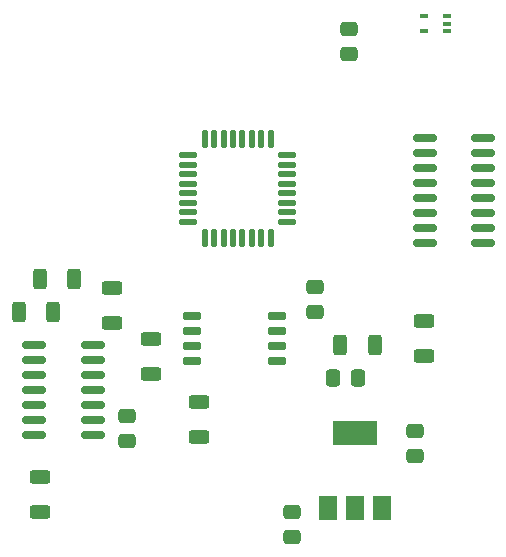
<source format=gbp>
%TF.GenerationSoftware,KiCad,Pcbnew,7.0.1*%
%TF.CreationDate,2023-04-28T23:06:09+02:00*%
%TF.ProjectId,test_ADC_and_CurrentSensors,74657374-5f41-4444-935f-616e645f4375,rev?*%
%TF.SameCoordinates,Original*%
%TF.FileFunction,Paste,Bot*%
%TF.FilePolarity,Positive*%
%FSLAX46Y46*%
G04 Gerber Fmt 4.6, Leading zero omitted, Abs format (unit mm)*
G04 Created by KiCad (PCBNEW 7.0.1) date 2023-04-28 23:06:09*
%MOMM*%
%LPD*%
G01*
G04 APERTURE LIST*
G04 Aperture macros list*
%AMRoundRect*
0 Rectangle with rounded corners*
0 $1 Rounding radius*
0 $2 $3 $4 $5 $6 $7 $8 $9 X,Y pos of 4 corners*
0 Add a 4 corners polygon primitive as box body*
4,1,4,$2,$3,$4,$5,$6,$7,$8,$9,$2,$3,0*
0 Add four circle primitives for the rounded corners*
1,1,$1+$1,$2,$3*
1,1,$1+$1,$4,$5*
1,1,$1+$1,$6,$7*
1,1,$1+$1,$8,$9*
0 Add four rect primitives between the rounded corners*
20,1,$1+$1,$2,$3,$4,$5,0*
20,1,$1+$1,$4,$5,$6,$7,0*
20,1,$1+$1,$6,$7,$8,$9,0*
20,1,$1+$1,$8,$9,$2,$3,0*%
G04 Aperture macros list end*
%ADD10RoundRect,0.125000X-0.125000X0.625000X-0.125000X-0.625000X0.125000X-0.625000X0.125000X0.625000X0*%
%ADD11RoundRect,0.125000X-0.625000X0.125000X-0.625000X-0.125000X0.625000X-0.125000X0.625000X0.125000X0*%
%ADD12RoundRect,0.250000X-0.312500X-0.625000X0.312500X-0.625000X0.312500X0.625000X-0.312500X0.625000X0*%
%ADD13RoundRect,0.250000X0.625000X-0.312500X0.625000X0.312500X-0.625000X0.312500X-0.625000X-0.312500X0*%
%ADD14RoundRect,0.250000X-0.337500X-0.475000X0.337500X-0.475000X0.337500X0.475000X-0.337500X0.475000X0*%
%ADD15RoundRect,0.250000X-0.475000X0.337500X-0.475000X-0.337500X0.475000X-0.337500X0.475000X0.337500X0*%
%ADD16RoundRect,0.150000X0.825000X0.150000X-0.825000X0.150000X-0.825000X-0.150000X0.825000X-0.150000X0*%
%ADD17RoundRect,0.250000X0.312500X0.625000X-0.312500X0.625000X-0.312500X-0.625000X0.312500X-0.625000X0*%
%ADD18R,0.650000X0.400000*%
%ADD19RoundRect,0.250000X0.475000X-0.337500X0.475000X0.337500X-0.475000X0.337500X-0.475000X-0.337500X0*%
%ADD20RoundRect,0.150000X-0.650000X-0.150000X0.650000X-0.150000X0.650000X0.150000X-0.650000X0.150000X0*%
%ADD21R,1.500000X2.000000*%
%ADD22R,3.800000X2.000000*%
G04 APERTURE END LIST*
D10*
%TO.C,IC2*%
X43174000Y-44847000D03*
X43974000Y-44847000D03*
X44774000Y-44847000D03*
X45574000Y-44847000D03*
X46374000Y-44847000D03*
X47174000Y-44847000D03*
X47974000Y-44847000D03*
X48774000Y-44847000D03*
D11*
X50149000Y-46222000D03*
X50149000Y-47022000D03*
X50149000Y-47822000D03*
X50149000Y-48622000D03*
X50149000Y-49422000D03*
X50149000Y-50222000D03*
X50149000Y-51022000D03*
X50149000Y-51822000D03*
D10*
X48774000Y-53197000D03*
X47974000Y-53197000D03*
X47174000Y-53197000D03*
X46374000Y-53197000D03*
X45574000Y-53197000D03*
X44774000Y-53197000D03*
X43974000Y-53197000D03*
X43174000Y-53197000D03*
D11*
X41799000Y-51822000D03*
X41799000Y-51022000D03*
X41799000Y-50222000D03*
X41799000Y-49422000D03*
X41799000Y-48622000D03*
X41799000Y-47822000D03*
X41799000Y-47022000D03*
X41799000Y-46222000D03*
%TD*%
D12*
%TO.C,R5*%
X54671500Y-62230000D03*
X57596500Y-62230000D03*
%TD*%
D13*
%TO.C,R2*%
X38608000Y-64708500D03*
X38608000Y-61783500D03*
%TD*%
D14*
%TO.C,C2*%
X54080500Y-65024000D03*
X56155500Y-65024000D03*
%TD*%
D15*
%TO.C,C4*%
X50546000Y-76432500D03*
X50546000Y-78507500D03*
%TD*%
D16*
%TO.C,IC3*%
X66742000Y-44704000D03*
X66742000Y-45974000D03*
X66742000Y-47244000D03*
X66742000Y-48514000D03*
X66742000Y-49784000D03*
X66742000Y-51054000D03*
X66742000Y-52324000D03*
X66742000Y-53594000D03*
X61792000Y-53594000D03*
X61792000Y-52324000D03*
X61792000Y-51054000D03*
X61792000Y-49784000D03*
X61792000Y-48514000D03*
X61792000Y-47244000D03*
X61792000Y-45974000D03*
X61792000Y-44704000D03*
%TD*%
D13*
%TO.C,R3*%
X35306000Y-60390500D03*
X35306000Y-57465500D03*
%TD*%
%TO.C,R1*%
X42672000Y-70042500D03*
X42672000Y-67117500D03*
%TD*%
D17*
%TO.C,R4*%
X32135000Y-56642000D03*
X29210000Y-56642000D03*
%TD*%
D18*
%TO.C,U3*%
X63688000Y-34402000D03*
X63688000Y-35052000D03*
X63688000Y-35702000D03*
X61788000Y-35702000D03*
X61788000Y-34402000D03*
%TD*%
D12*
%TO.C,R9*%
X27432000Y-59436000D03*
X30357000Y-59436000D03*
%TD*%
D19*
%TO.C,C1*%
X52529000Y-59457500D03*
X52529000Y-57382500D03*
%TD*%
D13*
%TO.C,R10*%
X29210000Y-76392500D03*
X29210000Y-73467500D03*
%TD*%
D20*
%TO.C,IC1*%
X42120000Y-63627000D03*
X42120000Y-62357000D03*
X42120000Y-61087000D03*
X42120000Y-59817000D03*
X49320000Y-59817000D03*
X49320000Y-61087000D03*
X49320000Y-62357000D03*
X49320000Y-63627000D03*
%TD*%
D13*
%TO.C,R6*%
X61722000Y-63184500D03*
X61722000Y-60259500D03*
%TD*%
D19*
%TO.C,C8*%
X36576000Y-70379500D03*
X36576000Y-68304500D03*
%TD*%
D16*
%TO.C,U1*%
X33717000Y-62230000D03*
X33717000Y-63500000D03*
X33717000Y-64770000D03*
X33717000Y-66040000D03*
X33717000Y-67310000D03*
X33717000Y-68580000D03*
X33717000Y-69850000D03*
X28767000Y-69850000D03*
X28767000Y-68580000D03*
X28767000Y-67310000D03*
X28767000Y-66040000D03*
X28767000Y-64770000D03*
X28767000Y-63500000D03*
X28767000Y-62230000D03*
%TD*%
D21*
%TO.C,U2*%
X58180000Y-76048000D03*
X55880000Y-76048000D03*
D22*
X55880000Y-69748000D03*
D21*
X53580000Y-76048000D03*
%TD*%
D15*
%TO.C,C5*%
X60960000Y-69574500D03*
X60960000Y-71649500D03*
%TD*%
%TO.C,C3*%
X55372000Y-35538500D03*
X55372000Y-37613500D03*
%TD*%
M02*

</source>
